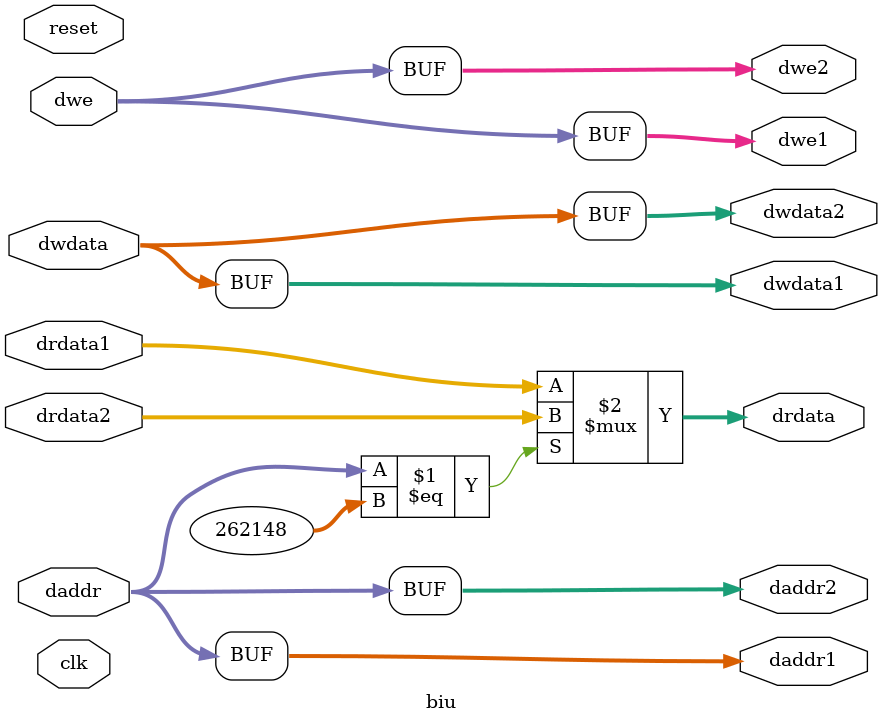
<source format=v>
`timescale 1ns/1ps
`define WRITE_BASE_ADDRESS 32'h40000
`define READ_BASE_ADDRESS 32'h40004

module biu (
    input clk,
    input reset,
    input [31:0] daddr,
    input [31:0] dwdata,
    input [3:0] dwe,
    output [31:0] drdata,

    // Signals going to/from dmem
    output [31:0] daddr1,
    output [31:0] dwdata1,
    output [3:0]  dwe1,
    input  [31:0] drdata1,

    // Signals going to/from peripheral
    output [31:0] daddr2,
    output [31:0] dwdata2,
    output [3:0]  dwe2,
    input  [31:0] drdata2
);

   
    assign drdata= (daddr == `READ_BASE_ADDRESS) ? drdata2 : drdata1; // For a load instr. only if this specific address is provided
                                                                      // the counter data comes from the peripheral 

    // We can assign the same address to both DMEM as well as the peripheral as the discretion (muxing logic) to write (for a store instr.)
    // and read ( for a load instr.) is taken based on the address already in perpheral.v so no need to repeat it twice in this case
    
    
    assign daddr1 = daddr;
    assign dwdata1 = dwdata;
    assign dwe1 = dwe;

    assign daddr2 = daddr;
    assign dwdata2 = dwdata;
    assign dwe2 = dwe;
    
    
endmodule

// `timescale 1ns/1ps
// // Bus interface unit: assumes two branches of the bus -
// // 1. connect to dmem
// // 2. connect to a single peripheral
// // The BIU needs to know the addresses at which DMEM and peripheral are
// // connected, so it can do the required multiplexing. 
// // These need to be added as part of your code. 
// module biu (
//     input clk,
//     input reset,
//     input [31:0] daddr,
//     input [31:0] dwdata,
//     input [3:0] dwe,
//     output [31:0] drdata,

//     // Signals going to/from dmem
//     output [31:0] daddr1,
//     output [31:0] dwdata1,
//     output [3:0]  dwe1,
//     input  [31:0] drdata1,

//     // Signals going to/from peripheral
//     output [31:0] daddr2,
//     output [31:0] dwdata2,
//     output [3:0]  dwe2,
//     input  [31:0] drdata2
// );

//     // Modify below so that depending on the actual daddr range the BIU decides whether 
//     // the response was from DMEM or peripheral - maybe a MUX?
//     assign drdata = drdata1;

//     // Send values to DMEM or peripheral (or both if it does not matter)
//     // as required
//     assign daddr1 = daddr;
//     assign dwdata1 = dwdata;
//     assign dwe1 = dwe;

//     assign daddr2 = daddr;
//     assign dwdata2 = dwdata;
//     assign dwe2 = dwe;

// endmodule
</source>
